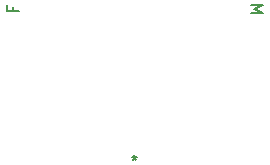
<source format=gto>
G04 #@! TF.GenerationSoftware,KiCad,Pcbnew,(5.1.10)-1*
G04 #@! TF.CreationDate,2021-10-13T14:36:50-07:00*
G04 #@! TF.ProjectId,MicroD25_Bondpad,4d696372-6f44-4323-955f-426f6e647061,rev?*
G04 #@! TF.SameCoordinates,Original*
G04 #@! TF.FileFunction,Legend,Top*
G04 #@! TF.FilePolarity,Positive*
%FSLAX46Y46*%
G04 Gerber Fmt 4.6, Leading zero omitted, Abs format (unit mm)*
G04 Created by KiCad (PCBNEW (5.1.10)-1) date 2021-10-13 14:36:50*
%MOMM*%
%LPD*%
G01*
G04 APERTURE LIST*
%ADD10C,0.150000*%
%ADD11C,2.000000*%
%ADD12C,0.100000*%
%ADD13C,3.800000*%
%ADD14C,2.600000*%
%ADD15C,1.000000*%
%ADD16C,1.397000*%
%ADD17C,2.438400*%
%ADD18R,0.457200X1.524000*%
%ADD19C,1.143000*%
G04 APERTURE END LIST*
D10*
X152862019Y-128349333D02*
X153862019Y-128349333D01*
X153147733Y-128016000D01*
X153862019Y-127682666D01*
X152862019Y-127682666D01*
X132719771Y-127873142D02*
X132719771Y-128206476D01*
X133243580Y-128206476D02*
X132243580Y-128206476D01*
X132243580Y-127730285D01*
X143002000Y-140422380D02*
X143002000Y-140660476D01*
X142763904Y-140565238D02*
X143002000Y-140660476D01*
X143240095Y-140565238D01*
X142859142Y-140850952D02*
X143002000Y-140660476D01*
X143144857Y-140850952D01*
%LPC*%
D11*
X131082073Y-131461301D03*
D12*
G36*
X130305743Y-132091832D02*
G01*
X129020168Y-130559743D01*
X130552257Y-129274168D01*
X131837832Y-130806257D01*
X130305743Y-132091832D01*
G37*
D11*
X131082073Y-131461301D03*
D13*
X129286124Y-129320973D03*
D14*
X129286124Y-129320973D03*
D11*
X154922051Y-131426328D03*
D12*
G36*
X154166292Y-130771284D02*
G01*
X155451867Y-129239195D01*
X156983956Y-130524770D01*
X155698381Y-132056859D01*
X154166292Y-130771284D01*
G37*
D11*
X154922051Y-131426328D03*
D13*
X156718000Y-129286000D03*
D14*
X156718000Y-129286000D03*
D15*
X128016000Y-131826000D03*
X157988000Y-131826000D03*
D16*
X134112000Y-139954000D03*
X136652000Y-139954000D03*
X139192000Y-139954000D03*
X141732000Y-139954000D03*
X144272000Y-139954000D03*
X146812000Y-139954000D03*
X149352000Y-139954000D03*
X151892000Y-139954000D03*
X132842000Y-137414000D03*
X135382000Y-137414000D03*
X137922000Y-137414000D03*
X140462000Y-137414000D03*
X143002000Y-137414000D03*
X145542000Y-137414000D03*
X148082000Y-137414000D03*
X150622000Y-137414000D03*
X153162000Y-137414000D03*
X134112000Y-134874000D03*
X136652000Y-134874000D03*
X139192000Y-134874000D03*
X141732000Y-134874000D03*
X144272000Y-134874000D03*
X146812000Y-134874000D03*
X149352000Y-134874000D03*
X151892000Y-134874000D03*
D17*
X155257500Y-136906000D03*
X130746500Y-136906000D03*
D18*
X134620000Y-128397000D03*
X136906000Y-128397000D03*
X139192000Y-128397000D03*
X141478000Y-128397000D03*
X144526000Y-128397000D03*
X146812000Y-128397000D03*
X149098000Y-128397000D03*
X151384000Y-128397000D03*
X133858000Y-128397000D03*
X136144000Y-128397000D03*
X138430000Y-128397000D03*
X140716000Y-128397000D03*
X143002000Y-128397000D03*
X145288000Y-128397000D03*
X147574000Y-128397000D03*
X149860000Y-128397000D03*
X152146000Y-128397000D03*
X135382000Y-128397000D03*
X137668000Y-128397000D03*
X139954000Y-128397000D03*
X142240000Y-128397000D03*
X143764000Y-128397000D03*
X146050000Y-128397000D03*
X148336000Y-128397000D03*
X150622000Y-128397000D03*
X132842000Y-129159000D03*
X153162000Y-129540000D03*
D19*
X156972000Y-141097000D03*
X129032000Y-141097000D03*
M02*

</source>
